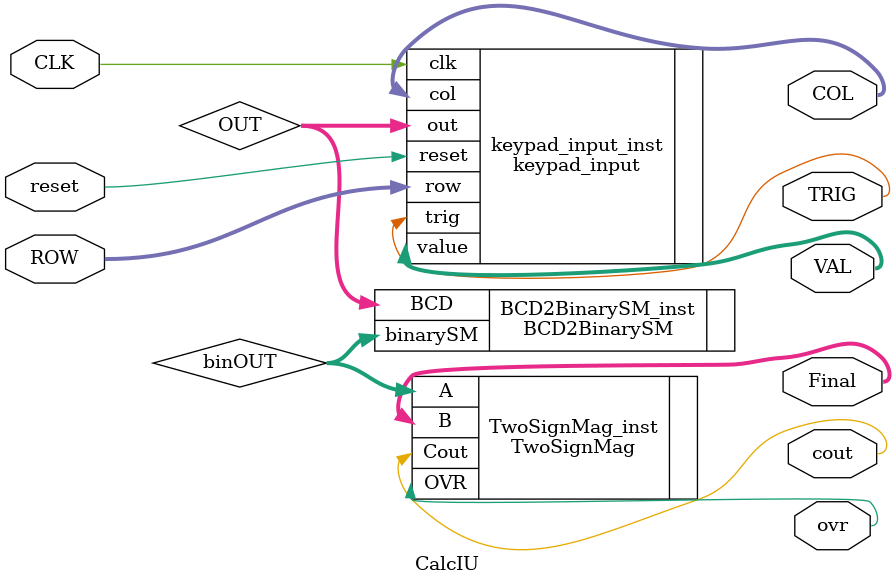
<source format=v>
module CalcIU (
	input [3:0] ROW,
	input reset, CLK,
	output [3:0] COL, VAL,
	output TRIG, cout, ovr,
	output[7:0] Final
);

	wire [15:0] OUT, binOUT;
	
//instantiations	
			keypad_input keypad_input_inst
			(
				.clk(CLK) ,	// input  clk_sig
				.reset(reset) ,//input  reset_sig
				.row(ROW) ,	// input [3:0] row_sig
				.col(COL) ,	// output [3:0] col_sig
				.out(OUT) ,	// output [DIGITS*4-1:0] out_sig
				.value(VAL) ,	// output [3:0] value_sig
				.trig(TRIG) 	// output  trig_sig
			);

			BCD2BinarySM BCD2BinarySM_inst
			(
				.BCD(OUT) ,	// input [15:0] BCD_sig
				.binarySM(binOUT) 	// output [N-1:0] binarySM_sig
			);

			TwoSignMag TwoSignMag_inst
			(
				.A(binOUT) ,	// input [7:0] A_sig
				.B(Final) ,	// output [7:0] B_sig
				.Cout(cout) ,	// output  Cout_sig
				.OVR(ovr) 	// output  OVR_sig
			);

endmodule
	
</source>
